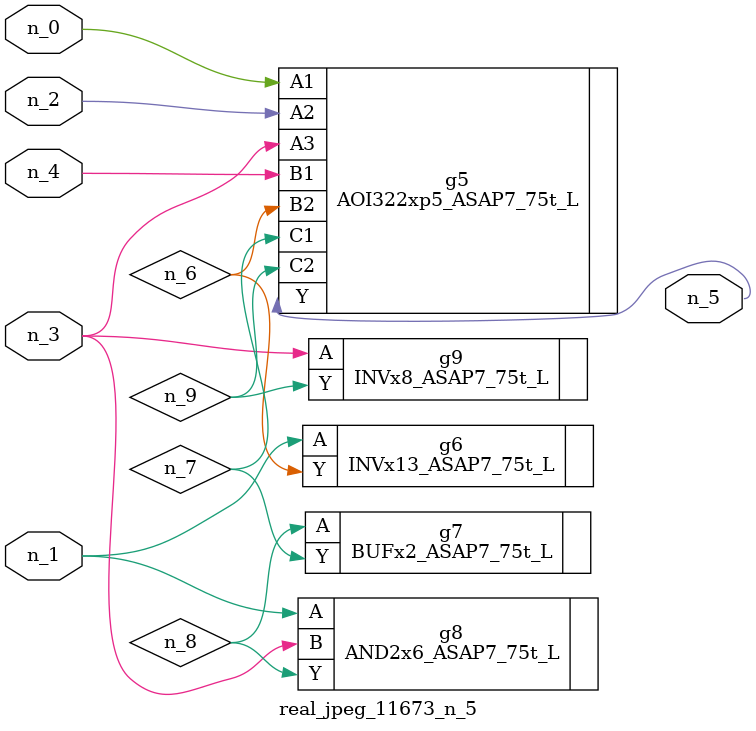
<source format=v>
module real_jpeg_11673_n_5 (n_4, n_0, n_1, n_2, n_3, n_5);

input n_4;
input n_0;
input n_1;
input n_2;
input n_3;

output n_5;

wire n_8;
wire n_6;
wire n_7;
wire n_9;

AOI322xp5_ASAP7_75t_L g5 ( 
.A1(n_0),
.A2(n_2),
.A3(n_3),
.B1(n_4),
.B2(n_6),
.C1(n_7),
.C2(n_9),
.Y(n_5)
);

INVx13_ASAP7_75t_L g6 ( 
.A(n_1),
.Y(n_6)
);

AND2x6_ASAP7_75t_L g8 ( 
.A(n_1),
.B(n_3),
.Y(n_8)
);

INVx8_ASAP7_75t_L g9 ( 
.A(n_3),
.Y(n_9)
);

BUFx2_ASAP7_75t_L g7 ( 
.A(n_8),
.Y(n_7)
);


endmodule
</source>
